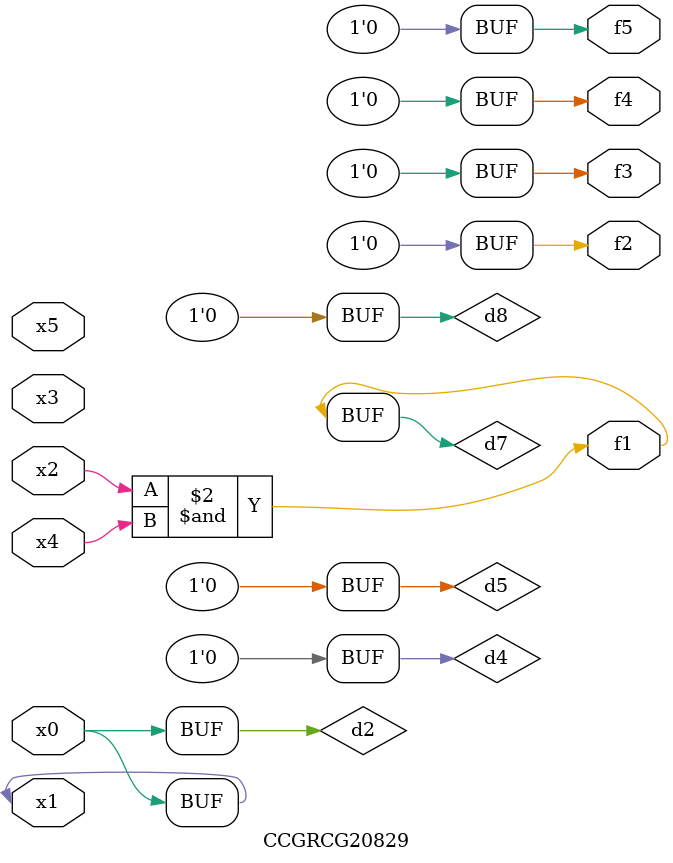
<source format=v>
module CCGRCG20829(
	input x0, x1, x2, x3, x4, x5,
	output f1, f2, f3, f4, f5
);

	wire d1, d2, d3, d4, d5, d6, d7, d8, d9;

	nand (d1, x1);
	buf (d2, x0, x1);
	nand (d3, x2, x4);
	and (d4, d1, d2);
	and (d5, d1, d2);
	nand (d6, d1, d3);
	not (d7, d3);
	xor (d8, d5);
	nor (d9, d5, d6);
	assign f1 = d7;
	assign f2 = d8;
	assign f3 = d8;
	assign f4 = d8;
	assign f5 = d8;
endmodule

</source>
